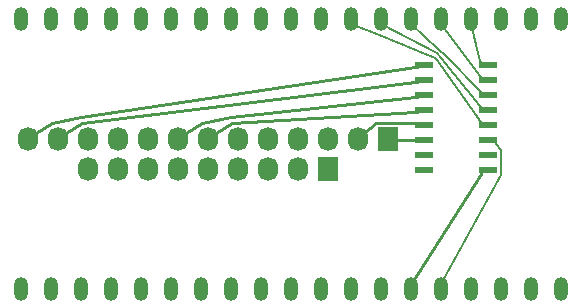
<source format=gbr>
G04 #@! TF.FileFunction,Copper,L2,Bot,Signal*
%FSLAX46Y46*%
G04 Gerber Fmt 4.6, Leading zero omitted, Abs format (unit mm)*
G04 Created by KiCad (PCBNEW 4.0.7) date 05/03/18 08:09:56*
%MOMM*%
%LPD*%
G01*
G04 APERTURE LIST*
%ADD10C,0.100000*%
%ADD11O,1.200000X2.000000*%
%ADD12R,1.727200X2.032000*%
%ADD13O,1.727200X2.032000*%
%ADD14R,1.500000X0.600000*%
%ADD15C,0.254000*%
%ADD16C,0.152400*%
G04 APERTURE END LIST*
D10*
D11*
X71140000Y-54575000D03*
X71140000Y-77425000D03*
X73680000Y-54575000D03*
X73680000Y-77425000D03*
X76220000Y-54575000D03*
X76220000Y-77425000D03*
X78760000Y-54575000D03*
X78760000Y-77425000D03*
X81300000Y-54575000D03*
X81300000Y-77425000D03*
X83840000Y-54575000D03*
X83840000Y-77425000D03*
X86380000Y-54575000D03*
X86380000Y-77425000D03*
X88920000Y-54575000D03*
X88920000Y-77425000D03*
X91460000Y-54575000D03*
X91460000Y-77425000D03*
X94000000Y-54575000D03*
X94000000Y-77425000D03*
X96540000Y-54575000D03*
X96540000Y-77425000D03*
X99080000Y-54575000D03*
X99080000Y-77425000D03*
X101620000Y-54575000D03*
X101620000Y-77425000D03*
X104160000Y-54575000D03*
X104160000Y-77425000D03*
X106700000Y-54575000D03*
X106700000Y-77425000D03*
X109240000Y-54575000D03*
X109240000Y-77425000D03*
X111780000Y-54575000D03*
X111780000Y-77425000D03*
X114320000Y-54575000D03*
X114320000Y-77425000D03*
X116860000Y-54575000D03*
X116860000Y-77425000D03*
D12*
X102235000Y-64770000D03*
D13*
X99695000Y-64770000D03*
X97155000Y-64770000D03*
X94615000Y-64770000D03*
X92075000Y-64770000D03*
X89535000Y-64770000D03*
X86995000Y-64770000D03*
X84455000Y-64770000D03*
X81915000Y-64770000D03*
X79375000Y-64770000D03*
X76835000Y-64770000D03*
X74295000Y-64770000D03*
X71755000Y-64770000D03*
D12*
X97155000Y-67310000D03*
D13*
X94615000Y-67310000D03*
X92075000Y-67310000D03*
X89535000Y-67310000D03*
X86995000Y-67310000D03*
X84455000Y-67310000D03*
X81915000Y-67310000D03*
X79375000Y-67310000D03*
X76835000Y-67310000D03*
D14*
X110700000Y-58455000D03*
X110700000Y-59725000D03*
X110700000Y-60995000D03*
X110700000Y-62265000D03*
X110700000Y-63535000D03*
X110700000Y-64805000D03*
X110700000Y-66075000D03*
X110700000Y-67345000D03*
X105300000Y-67345000D03*
X105300000Y-66075000D03*
X105300000Y-64805000D03*
X105300000Y-63535000D03*
X105300000Y-62265000D03*
X105300000Y-60995000D03*
X105300000Y-59725000D03*
X105300000Y-58455000D03*
D15*
X110077000Y-67645000D02*
X110077000Y-67697600D01*
X110077000Y-67518000D02*
X110077000Y-67645000D01*
X110700000Y-67345000D02*
X110077000Y-67518000D01*
X104160000Y-77025000D02*
X104160000Y-77425000D01*
X110077000Y-67697600D02*
X104160000Y-77025000D01*
X102971600Y-64787500D02*
X102235000Y-64770000D01*
X103098600Y-64787500D02*
X102971600Y-64787500D01*
X104550000Y-64787500D02*
X103098600Y-64787500D01*
X104677000Y-64787500D02*
X104550000Y-64787500D01*
X105300000Y-64805000D02*
X104677000Y-64787500D01*
X99695000Y-64617600D02*
X99695000Y-64770000D01*
X101224100Y-63398300D02*
X99695000Y-64617600D01*
X104550000Y-63398300D02*
X101224100Y-63398300D01*
X104677000Y-63398300D02*
X104550000Y-63398300D01*
X105300000Y-63535000D02*
X104677000Y-63398300D01*
X86995000Y-64617600D02*
X86995000Y-64770000D01*
X89029900Y-63398300D02*
X86995000Y-64617600D01*
X104497400Y-62438000D02*
X89029900Y-63398300D01*
X104550000Y-62438000D02*
X104497400Y-62438000D01*
X104677000Y-62438000D02*
X104550000Y-62438000D01*
X105300000Y-62265000D02*
X104677000Y-62438000D01*
X84455000Y-64617600D02*
X84455000Y-64770000D01*
X86489900Y-63398300D02*
X84455000Y-64617600D01*
X88925200Y-62915600D02*
X86489900Y-63398300D01*
X104497400Y-61168000D02*
X88925200Y-62915600D01*
X104550000Y-61168000D02*
X104497400Y-61168000D01*
X104677000Y-61168000D02*
X104550000Y-61168000D01*
X105300000Y-60995000D02*
X104677000Y-61168000D01*
X74295000Y-64617600D02*
X74295000Y-64770000D01*
X76329900Y-63398300D02*
X74295000Y-64617600D01*
X104497400Y-59898000D02*
X76329900Y-63398300D01*
X104550000Y-59898000D02*
X104497400Y-59898000D01*
X104677000Y-59898000D02*
X104550000Y-59898000D01*
X105300000Y-59725000D02*
X104677000Y-59898000D01*
X71755000Y-64617600D02*
X71755000Y-64770000D01*
X73789900Y-63398300D02*
X71755000Y-64617600D01*
X76225200Y-62915600D02*
X73789900Y-63398300D01*
X104497400Y-58628000D02*
X76225200Y-62915600D01*
X104550000Y-58628000D02*
X104497400Y-58628000D01*
X104677000Y-58628000D02*
X104550000Y-58628000D01*
X105300000Y-58455000D02*
X104677000Y-58628000D01*
D16*
X109240000Y-54975000D02*
X109240000Y-54575000D01*
X110026200Y-58123400D02*
X109240000Y-54975000D01*
X110026200Y-58155000D02*
X110026200Y-58123400D01*
X110026200Y-58231200D02*
X110026200Y-58155000D01*
X110700000Y-58455000D02*
X110026200Y-58231200D01*
X106700000Y-54975000D02*
X106700000Y-54575000D01*
X110026200Y-59393400D02*
X106700000Y-54975000D01*
X110026200Y-59425000D02*
X110026200Y-59393400D01*
X110026200Y-59501200D02*
X110026200Y-59425000D01*
X110700000Y-59725000D02*
X110026200Y-59501200D01*
X104160000Y-54975000D02*
X104160000Y-54575000D01*
X106492000Y-57087900D02*
X104160000Y-54975000D01*
X107117100Y-57713000D02*
X106492000Y-57087900D01*
X110026200Y-60663400D02*
X107117100Y-57713000D01*
X110026200Y-60695000D02*
X110026200Y-60663400D01*
X110026200Y-60771200D02*
X110026200Y-60695000D01*
X110700000Y-60995000D02*
X110026200Y-60771200D01*
X106700000Y-77025000D02*
X106700000Y-77425000D01*
X111754900Y-67771300D02*
X106700000Y-77025000D01*
X111754900Y-67518700D02*
X111754900Y-67771300D01*
X111754900Y-65648700D02*
X111754900Y-67518700D01*
X111373800Y-65136600D02*
X111754900Y-65648700D01*
X111373800Y-65105000D02*
X111373800Y-65136600D01*
X111373800Y-65028800D02*
X111373800Y-65105000D01*
X110700000Y-64805000D02*
X111373800Y-65028800D01*
X99080000Y-54975000D02*
X99080000Y-54575000D01*
X101245200Y-55879900D02*
X99080000Y-54975000D01*
X106176300Y-57850100D02*
X101245200Y-55879900D01*
X106354900Y-58028700D02*
X106176300Y-57850100D01*
X109645100Y-62691300D02*
X106354900Y-58028700D01*
X110026200Y-63203400D02*
X109645100Y-62691300D01*
X110026200Y-63235000D02*
X110026200Y-63203400D01*
X110026200Y-63311200D02*
X110026200Y-63235000D01*
X110700000Y-63535000D02*
X110026200Y-63311200D01*
X101620000Y-54975000D02*
X101620000Y-54575000D01*
X106334200Y-57469000D02*
X101620000Y-54975000D01*
X106736000Y-57870800D02*
X106334200Y-57469000D01*
X110026200Y-61933400D02*
X106736000Y-57870800D01*
X110026200Y-61965000D02*
X110026200Y-61933400D01*
X110026200Y-62041200D02*
X110026200Y-61965000D01*
X110700000Y-62265000D02*
X110026200Y-62041200D01*
M02*

</source>
